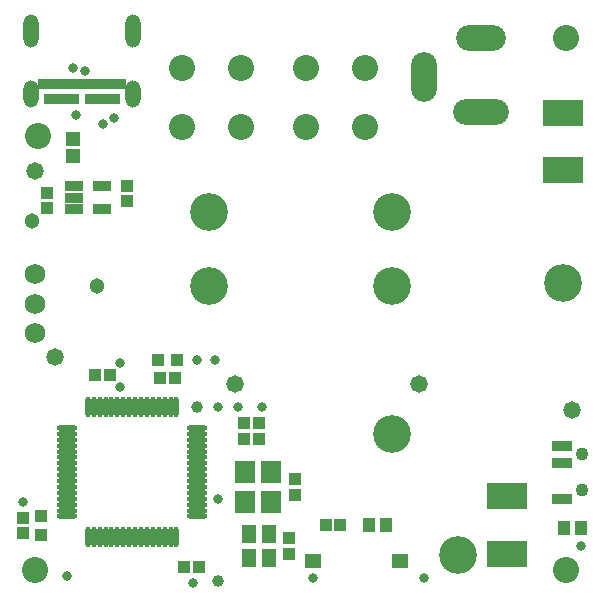
<source format=gts>
G04*
G04 #@! TF.GenerationSoftware,Altium Limited,CircuitMaker,2.3.0 (2.3.0.3)*
G04*
G04 Layer_Color=20142*
%FSLAX25Y25*%
%MOIN*%
G70*
G04*
G04 #@! TF.SameCoordinates,16FC6845-B66D-4252-ADF8-C3080C0A7A4D*
G04*
G04*
G04 #@! TF.FilePolarity,Negative*
G04*
G01*
G75*
%ADD34R,0.04140X0.04337*%
%ADD35R,0.03950X0.04343*%
%ADD36R,0.04737X0.03556*%
%ADD37R,0.01981X0.03556*%
%ADD38R,0.06706X0.03556*%
%ADD39R,0.04343X0.04934*%
%ADD40R,0.13202X0.08517*%
%ADD41R,0.04343X0.04147*%
%ADD42R,0.05524X0.04737*%
%ADD43R,0.06706X0.07493*%
%ADD44R,0.05131X0.05918*%
%ADD45R,0.04343X0.03950*%
%ADD46R,0.04337X0.04140*%
%ADD47O,0.01784X0.06902*%
%ADD48O,0.06902X0.01784*%
%ADD49R,0.04737X0.04934*%
%ADD50R,0.05918X0.03556*%
G04:AMPARAMS|DCode=51|XSize=90.68mil|YSize=51.31mil|CornerRadius=25.65mil|HoleSize=0mil|Usage=FLASHONLY|Rotation=270.000|XOffset=0mil|YOffset=0mil|HoleType=Round|Shape=RoundedRectangle|*
%AMROUNDEDRECTD51*
21,1,0.09068,0.00000,0,0,270.0*
21,1,0.03937,0.05131,0,0,270.0*
1,1,0.05131,0.00000,-0.01968*
1,1,0.05131,0.00000,0.01968*
1,1,0.05131,0.00000,0.01968*
1,1,0.05131,0.00000,-0.01968*
%
%ADD51ROUNDEDRECTD51*%
G04:AMPARAMS|DCode=52|XSize=110.36mil|YSize=51.31mil|CornerRadius=25.65mil|HoleSize=0mil|Usage=FLASHONLY|Rotation=270.000|XOffset=0mil|YOffset=0mil|HoleType=Round|Shape=RoundedRectangle|*
%AMROUNDEDRECTD52*
21,1,0.11036,0.00000,0,0,270.0*
21,1,0.05905,0.05131,0,0,270.0*
1,1,0.05131,0.00000,-0.02953*
1,1,0.05131,0.00000,0.02953*
1,1,0.05131,0.00000,0.02953*
1,1,0.05131,0.00000,-0.02953*
%
%ADD52ROUNDEDRECTD52*%
%ADD53C,0.04343*%
%ADD54C,0.06800*%
%ADD55O,0.08674X0.16548*%
%ADD56O,0.16548X0.08674*%
%ADD57O,0.18516X0.08674*%
%ADD58C,0.08674*%
%ADD59C,0.03950*%
%ADD60C,0.03162*%
%ADD61C,0.05131*%
%ADD62C,0.05800*%
%ADD63C,0.12611*%
D34*
X157283Y179724D02*
D03*
X150984D02*
D03*
D35*
X151673Y173819D02*
D03*
X156595D02*
D03*
X211713Y124606D02*
D03*
X206791D02*
D03*
X164469Y110827D02*
D03*
X159547D02*
D03*
X134941Y174803D02*
D03*
X130020D02*
D03*
D36*
X113386Y271850D02*
D03*
X137795D02*
D03*
D37*
X116732D02*
D03*
X118701D02*
D03*
X132480D02*
D03*
X134449D02*
D03*
X130512D02*
D03*
X128543D02*
D03*
X120669D02*
D03*
X122638D02*
D03*
X124606D02*
D03*
X126575D02*
D03*
X113779Y266732D02*
D03*
X115748D02*
D03*
X117717D02*
D03*
X119685D02*
D03*
X121653D02*
D03*
X123622D02*
D03*
X127559D02*
D03*
X129527D02*
D03*
X131496D02*
D03*
X133465D02*
D03*
X135433D02*
D03*
X137402D02*
D03*
D38*
X285531Y151181D02*
D03*
Y145276D02*
D03*
Y133465D02*
D03*
D39*
X286122Y123622D02*
D03*
X291831D02*
D03*
X221161Y124606D02*
D03*
X226870D02*
D03*
D40*
X267323Y134252D02*
D03*
Y114961D02*
D03*
X286024Y262205D02*
D03*
Y242913D02*
D03*
D41*
X196457Y139961D02*
D03*
Y134843D02*
D03*
X194488Y115157D02*
D03*
Y120276D02*
D03*
X140748Y232677D02*
D03*
Y237795D02*
D03*
X113779Y235433D02*
D03*
Y230315D02*
D03*
X184646Y158661D02*
D03*
Y153543D02*
D03*
X179724Y158661D02*
D03*
Y153543D02*
D03*
D42*
X202559Y112795D02*
D03*
X231693D02*
D03*
D43*
X179921Y132323D02*
D03*
Y142323D02*
D03*
X188583D02*
D03*
Y132323D02*
D03*
D44*
X181398Y113583D02*
D03*
Y121850D02*
D03*
X187894D02*
D03*
Y113583D02*
D03*
D45*
X105905Y122146D02*
D03*
Y127067D02*
D03*
D46*
X111811Y127756D02*
D03*
Y121457D02*
D03*
D47*
X157087Y120571D02*
D03*
X155118D02*
D03*
X153150D02*
D03*
X151181D02*
D03*
X149213D02*
D03*
X147244D02*
D03*
X145276D02*
D03*
X143307D02*
D03*
X141339D02*
D03*
X139370D02*
D03*
X137402D02*
D03*
X135433D02*
D03*
X133465D02*
D03*
X131496D02*
D03*
X129528D02*
D03*
X127559D02*
D03*
Y164075D02*
D03*
X129528D02*
D03*
X131496D02*
D03*
X133465D02*
D03*
X135433D02*
D03*
X137402D02*
D03*
X139370D02*
D03*
X141339D02*
D03*
X143307D02*
D03*
X145276D02*
D03*
X147244D02*
D03*
X149213D02*
D03*
X151181D02*
D03*
X153150D02*
D03*
X155118D02*
D03*
X157087D02*
D03*
D48*
X120571Y127559D02*
D03*
Y129527D02*
D03*
Y131496D02*
D03*
Y133465D02*
D03*
Y135433D02*
D03*
Y137402D02*
D03*
Y139370D02*
D03*
Y141339D02*
D03*
Y143307D02*
D03*
Y145276D02*
D03*
Y147244D02*
D03*
Y149213D02*
D03*
Y151181D02*
D03*
Y153150D02*
D03*
Y155118D02*
D03*
Y157087D02*
D03*
X164075D02*
D03*
Y155118D02*
D03*
Y153150D02*
D03*
Y151181D02*
D03*
Y149213D02*
D03*
Y147244D02*
D03*
Y145276D02*
D03*
Y143307D02*
D03*
Y141339D02*
D03*
Y139370D02*
D03*
Y137402D02*
D03*
Y135433D02*
D03*
Y133465D02*
D03*
Y131496D02*
D03*
Y129527D02*
D03*
Y127559D02*
D03*
D49*
X122638Y253543D02*
D03*
Y247638D02*
D03*
D50*
X132283Y237598D02*
D03*
Y230118D02*
D03*
X122835D02*
D03*
Y233858D02*
D03*
Y237598D02*
D03*
D51*
X142598Y268347D02*
D03*
X108583D02*
D03*
D52*
Y289449D02*
D03*
X142598D02*
D03*
D53*
X292421Y148228D02*
D03*
Y136417D02*
D03*
D54*
X109843Y188583D02*
D03*
Y198425D02*
D03*
Y208268D02*
D03*
D55*
X239567Y274213D02*
D03*
D56*
X258465Y287008D02*
D03*
D57*
Y262402D02*
D03*
D58*
X200394Y257480D02*
D03*
X220079D02*
D03*
Y277165D02*
D03*
X200394D02*
D03*
X159055Y257480D02*
D03*
X178740D02*
D03*
Y277165D02*
D03*
X159055D02*
D03*
X110827Y254528D02*
D03*
X109843Y109843D02*
D03*
X287008D02*
D03*
Y287008D02*
D03*
D59*
X163976Y163976D02*
D03*
X170866Y105905D02*
D03*
D60*
Y163976D02*
D03*
X177756D02*
D03*
X185630D02*
D03*
X239764Y106890D02*
D03*
X169882Y179724D02*
D03*
X163976D02*
D03*
X138386Y178740D02*
D03*
Y170866D02*
D03*
X105905Y132480D02*
D03*
X120669Y107874D02*
D03*
X162500Y105413D02*
D03*
X170866Y133465D02*
D03*
X202559Y107087D02*
D03*
X291929Y117717D02*
D03*
X122638Y277165D02*
D03*
X126575Y276181D02*
D03*
X136417Y260433D02*
D03*
X123622Y261417D02*
D03*
X132480Y258465D02*
D03*
D61*
X130512Y204331D02*
D03*
X108858Y225984D02*
D03*
D62*
X109843Y242717D02*
D03*
X116732Y180709D02*
D03*
X176772Y171850D02*
D03*
X237795D02*
D03*
X288976Y162992D02*
D03*
D63*
X228937Y155118D02*
D03*
X250945Y114764D02*
D03*
X228937Y204331D02*
D03*
X167913D02*
D03*
Y228937D02*
D03*
X228937D02*
D03*
X286024Y205315D02*
D03*
M02*

</source>
